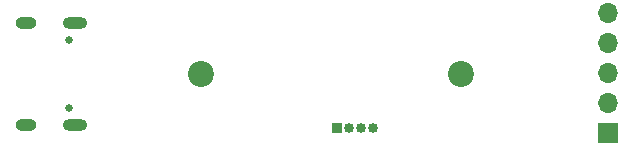
<source format=gbr>
%TF.GenerationSoftware,KiCad,Pcbnew,7.0.8*%
%TF.CreationDate,2024-02-27T09:09:56-06:00*%
%TF.ProjectId,CH32VClamp,43483332-5643-46c6-916d-702e6b696361,rev?*%
%TF.SameCoordinates,Original*%
%TF.FileFunction,Soldermask,Bot*%
%TF.FilePolarity,Negative*%
%FSLAX46Y46*%
G04 Gerber Fmt 4.6, Leading zero omitted, Abs format (unit mm)*
G04 Created by KiCad (PCBNEW 7.0.8) date 2024-02-27 09:09:56*
%MOMM*%
%LPD*%
G01*
G04 APERTURE LIST*
%ADD10R,1.700000X1.700000*%
%ADD11O,1.700000X1.700000*%
%ADD12R,0.850000X0.850000*%
%ADD13O,0.850000X0.850000*%
%ADD14C,2.200000*%
%ADD15C,0.650000*%
%ADD16O,2.100000X1.000000*%
%ADD17O,1.800000X1.000000*%
G04 APERTURE END LIST*
D10*
%TO.C,J4*%
X219200000Y-91620000D03*
D11*
X219200000Y-89080000D03*
X219200000Y-86540000D03*
X219200000Y-84000000D03*
X219200000Y-81460000D03*
%TD*%
D12*
%TO.C,J2*%
X196300000Y-91200000D03*
D13*
X197300000Y-91200000D03*
X198300000Y-91200000D03*
X199300000Y-91200000D03*
%TD*%
D14*
%TO.C,*%
X184800000Y-86600000D03*
%TD*%
D15*
%TO.C,J1*%
X173587500Y-83710000D03*
X173587500Y-89490000D03*
D16*
X174087500Y-82280000D03*
D17*
X169937500Y-82280000D03*
D16*
X174087500Y-90920000D03*
D17*
X169937500Y-90920000D03*
%TD*%
D14*
%TO.C,*%
X206770000Y-86625000D03*
%TD*%
M02*

</source>
